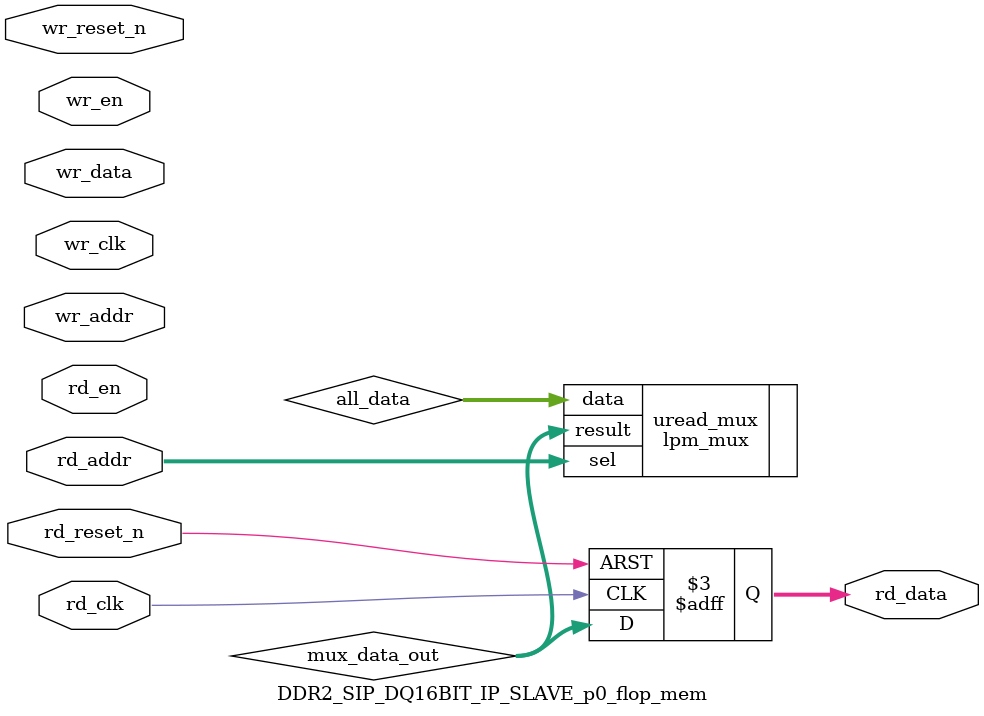
<source format=v>



`timescale 1 ps / 1 ps

(* altera_attribute = "-name ALLOW_SYNCH_CTRL_USAGE ON;-name AUTO_CLOCK_ENABLE_RECOGNITION ON" *)
module DDR2_SIP_DQ16BIT_IP_SLAVE_p0_flop_mem(
	wr_reset_n,
	wr_clk,
	wr_en,
	wr_addr,
	wr_data,
	rd_reset_n,
	rd_clk,
	rd_en,
	rd_addr,
	rd_data
);

parameter WRITE_MEM_DEPTH	= "";
parameter WRITE_ADDR_WIDTH	= "";
parameter WRITE_DATA_WIDTH	= "";
parameter READ_MEM_DEPTH	= "";
parameter READ_ADDR_WIDTH	= "";		 
parameter READ_DATA_WIDTH	= "";


input	wr_reset_n;
input	wr_clk;
input	wr_en;
input	[WRITE_ADDR_WIDTH-1:0] wr_addr;
input	[WRITE_DATA_WIDTH-1:0] wr_data;
input	rd_reset_n;
input	rd_clk;
input	rd_en;
input	[READ_ADDR_WIDTH-1:0] rd_addr;
output	[READ_DATA_WIDTH-1:0] rd_data;



wire	[WRITE_DATA_WIDTH*WRITE_MEM_DEPTH-1:0] all_data;
wire	[READ_DATA_WIDTH-1:0] mux_data_out;



// declare a memory with WRITE_MEM_DEPTH entries
// each entry contains a data size of WRITE_DATA_WIDTH
reg	[WRITE_DATA_WIDTH-1:0] data_stored [0:WRITE_MEM_DEPTH-1] /* synthesis syn_preserve = 1 */;
reg	[READ_DATA_WIDTH-1:0] rd_data;

generate
genvar entry;
	for (entry=0; entry < WRITE_MEM_DEPTH; entry=entry+1)
	begin: mem_location
		assign all_data[(WRITE_DATA_WIDTH*(entry+1)-1) : (WRITE_DATA_WIDTH*entry)] = data_stored[entry]; 
		
		always @(posedge wr_clk or negedge wr_reset_n)
		begin
			if (~wr_reset_n) begin
				data_stored[entry] <= {WRITE_DATA_WIDTH{1'b0}};
			end else begin
				if (wr_en) begin
					if (entry == wr_addr) begin
						data_stored[entry] <= wr_data;
					end
				end
			end
		end		
	end
endgenerate

// mux to select the correct output data based on read address
lpm_mux	uread_mux(
	.sel (rd_addr),
	.data (all_data),
	.result (mux_data_out)
	// synopsys translate_off
	,
	.aclr (),
	.clken (),
	.clock ()
	// synopsys translate_on
	);
 defparam uread_mux.lpm_size = READ_MEM_DEPTH;
 defparam uread_mux.lpm_type = "LPM_MUX";
 defparam uread_mux.lpm_width = READ_DATA_WIDTH;
 defparam uread_mux.lpm_widths = READ_ADDR_WIDTH;

always @(posedge rd_clk or negedge rd_reset_n)	
begin
	if (~rd_reset_n) begin
		rd_data <= {READ_DATA_WIDTH{1'b0}};
	end else begin
		rd_data <= mux_data_out;
	end
end

endmodule

</source>
